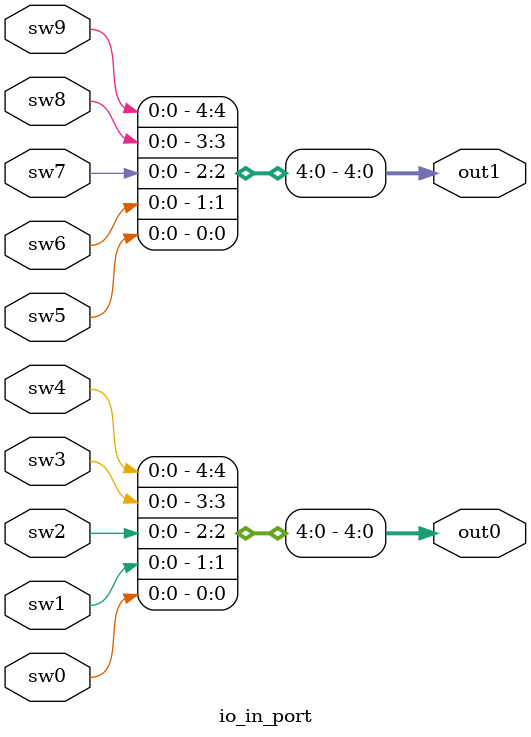
<source format=v>
module io_in_port (sw9,sw8,sw7,sw6,sw5,sw4,sw3,sw2,sw1,sw0,out1,out0);
	input sw9,sw8,sw7,sw6,sw5,sw4,sw3,sw2,sw1,sw0;
	output [31:0] out1,out0;

	assign out0[4] = sw4;
	assign out0[3] = sw3;
	assign out0[2] = sw2;
	assign out0[1] = sw1;
	assign out0[0] = sw0;
	
	assign out1[4] = sw9;
	assign out1[3] = sw8;
	assign out1[2] = sw7;
	assign out1[1] = sw6;
	assign out1[0] = sw5;
	
endmodule
</source>
